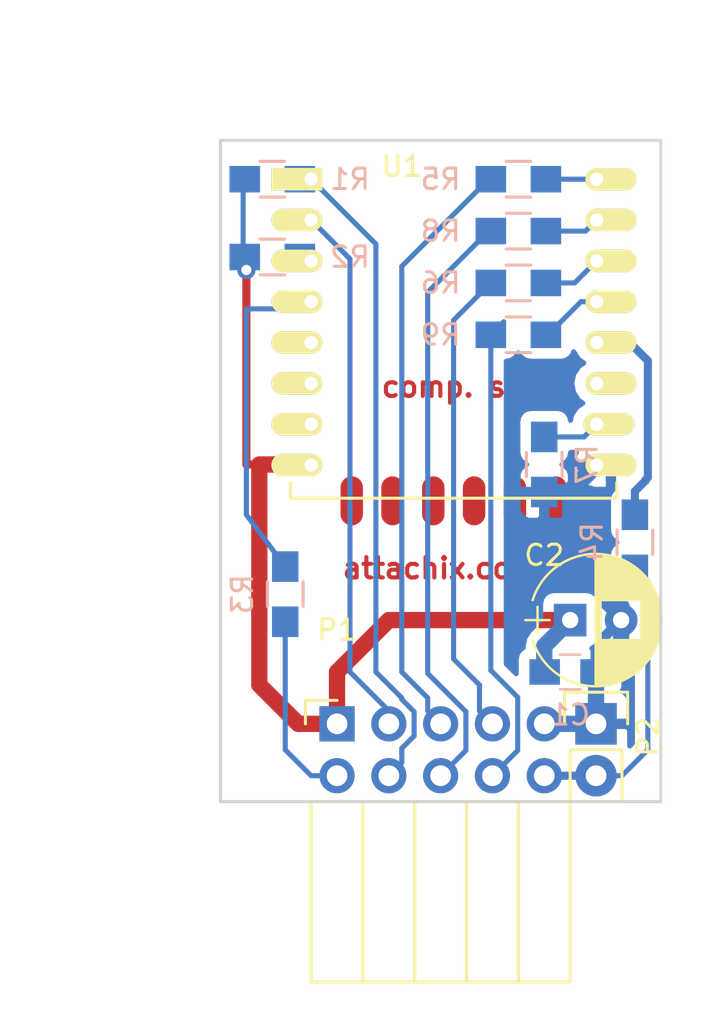
<source format=kicad_pcb>
(kicad_pcb (version 4) (host pcbnew 4.0.7-e2-6376~58~ubuntu14.04.1)

  (general
    (links 28)
    (no_connects 0)
    (area 141.529999 78.029999 163.270001 110.565001)
    (thickness 1.6)
    (drawings 8)
    (tracks 114)
    (zones 0)
    (modules 14)
    (nets 29)
  )

  (page A4)
  (title_block
    (title CC_ESP_mod_02)
    (company "Computer Center Ltd.")
  )

  (layers
    (0 F.Cu signal)
    (31 B.Cu signal)
    (32 B.Adhes user)
    (33 F.Adhes user)
    (34 B.Paste user)
    (35 F.Paste user)
    (36 B.SilkS user)
    (37 F.SilkS user)
    (38 B.Mask user)
    (39 F.Mask user)
    (40 Dwgs.User user)
    (41 Cmts.User user)
    (42 Eco1.User user)
    (43 Eco2.User user)
    (44 Edge.Cuts user)
    (45 Margin user)
    (46 B.CrtYd user)
    (47 F.CrtYd user)
    (48 B.Fab user)
    (49 F.Fab user)
  )

  (setup
    (last_trace_width 0.25)
    (user_trace_width 0.2)
    (user_trace_width 0.25)
    (user_trace_width 0.4)
    (user_trace_width 0.8)
    (trace_clearance 0.25)
    (zone_clearance 0.508)
    (zone_45_only no)
    (trace_min 0.2)
    (segment_width 0.2)
    (edge_width 0.15)
    (via_size 0.9)
    (via_drill 0.5)
    (via_min_size 0.9)
    (via_min_drill 0.5)
    (user_via 0.9 0.5)
    (uvia_size 0.3)
    (uvia_drill 0.1)
    (uvias_allowed no)
    (uvia_min_size 0.2)
    (uvia_min_drill 0.1)
    (pcb_text_width 0.3)
    (pcb_text_size 1.5 1.5)
    (mod_edge_width 0.15)
    (mod_text_size 1 1)
    (mod_text_width 0.15)
    (pad_size 1.524 1.524)
    (pad_drill 0.762)
    (pad_to_mask_clearance 0.2)
    (aux_axis_origin 0 0)
    (visible_elements 7FFFFFFF)
    (pcbplotparams
      (layerselection 0x010f0_80000001)
      (usegerberextensions false)
      (excludeedgelayer true)
      (linewidth 0.100000)
      (plotframeref false)
      (viasonmask false)
      (mode 1)
      (useauxorigin false)
      (hpglpennumber 1)
      (hpglpenspeed 20)
      (hpglpendiameter 15)
      (hpglpenoverlay 2)
      (psnegative false)
      (psa4output false)
      (plotreference true)
      (plotvalue true)
      (plotinvisibletext false)
      (padsonsilk false)
      (subtractmaskfromsilk false)
      (outputformat 1)
      (mirror false)
      (drillshape 0)
      (scaleselection 1)
      (outputdirectory Gerber/))
  )

  (net 0 "")
  (net 1 +3V3)
  (net 2 GND)
  (net 3 "Net-(P1-Pad2)")
  (net 4 "Net-(P1-Pad3)")
  (net 5 "Net-(P1-Pad4)")
  (net 6 "Net-(P1-Pad5)")
  (net 7 "Net-(P1-Pad6)")
  (net 8 "Net-(P1-Pad7)")
  (net 9 "Net-(P1-Pad8)")
  (net 10 "Net-(P1-Pad10)")
  (net 11 "Net-(R2-Pad1)")
  (net 12 "Net-(R3-Pad1)")
  (net 13 "Net-(R4-Pad1)")
  (net 14 "Net-(R5-Pad2)")
  (net 15 "Net-(R6-Pad2)")
  (net 16 "Net-(R7-Pad2)")
  (net 17 "Net-(R8-Pad2)")
  (net 18 "Net-(R9-Pad2)")
  (net 19 "Net-(U1-Pad5)")
  (net 20 "Net-(U1-Pad6)")
  (net 21 "Net-(U1-Pad7)")
  (net 22 "Net-(U1-Pad11)")
  (net 23 "Net-(U1-Pad17)")
  (net 24 "Net-(U1-Pad18)")
  (net 25 "Net-(U1-Pad19)")
  (net 26 "Net-(U1-Pad20)")
  (net 27 "Net-(U1-Pad21)")
  (net 28 "Net-(U1-Pad22)")

  (net_class Default "This is the default net class."
    (clearance 0.25)
    (trace_width 0.25)
    (via_dia 0.9)
    (via_drill 0.5)
    (uvia_dia 0.3)
    (uvia_drill 0.1)
    (add_net +3V3)
    (add_net GND)
    (add_net "Net-(P1-Pad10)")
    (add_net "Net-(P1-Pad2)")
    (add_net "Net-(P1-Pad3)")
    (add_net "Net-(P1-Pad4)")
    (add_net "Net-(P1-Pad5)")
    (add_net "Net-(P1-Pad6)")
    (add_net "Net-(P1-Pad7)")
    (add_net "Net-(P1-Pad8)")
    (add_net "Net-(R2-Pad1)")
    (add_net "Net-(R3-Pad1)")
    (add_net "Net-(R4-Pad1)")
    (add_net "Net-(R5-Pad2)")
    (add_net "Net-(R6-Pad2)")
    (add_net "Net-(R7-Pad2)")
    (add_net "Net-(R8-Pad2)")
    (add_net "Net-(R9-Pad2)")
    (add_net "Net-(U1-Pad11)")
    (add_net "Net-(U1-Pad17)")
    (add_net "Net-(U1-Pad18)")
    (add_net "Net-(U1-Pad19)")
    (add_net "Net-(U1-Pad20)")
    (add_net "Net-(U1-Pad21)")
    (add_net "Net-(U1-Pad22)")
    (add_net "Net-(U1-Pad5)")
    (add_net "Net-(U1-Pad6)")
    (add_net "Net-(U1-Pad7)")
  )

  (module Capacitors_SMD:C_0805_HandSoldering (layer B.Cu) (tedit 541A9B8D) (tstamp 58912B72)
    (at 158.75 104.14)
    (descr "Capacitor SMD 0805, hand soldering")
    (tags "capacitor 0805")
    (path /5890B6D1)
    (attr smd)
    (fp_text reference C1 (at 0 2.1) (layer B.SilkS)
      (effects (font (size 1 1) (thickness 0.15)) (justify mirror))
    )
    (fp_text value 100n (at 0 -2.1) (layer B.Fab)
      (effects (font (size 1 1) (thickness 0.15)) (justify mirror))
    )
    (fp_line (start -1 -0.625) (end -1 0.625) (layer B.Fab) (width 0.1))
    (fp_line (start 1 -0.625) (end -1 -0.625) (layer B.Fab) (width 0.1))
    (fp_line (start 1 0.625) (end 1 -0.625) (layer B.Fab) (width 0.1))
    (fp_line (start -1 0.625) (end 1 0.625) (layer B.Fab) (width 0.1))
    (fp_line (start -2.3 1) (end 2.3 1) (layer B.CrtYd) (width 0.05))
    (fp_line (start -2.3 -1) (end 2.3 -1) (layer B.CrtYd) (width 0.05))
    (fp_line (start -2.3 1) (end -2.3 -1) (layer B.CrtYd) (width 0.05))
    (fp_line (start 2.3 1) (end 2.3 -1) (layer B.CrtYd) (width 0.05))
    (fp_line (start 0.5 0.85) (end -0.5 0.85) (layer B.SilkS) (width 0.12))
    (fp_line (start -0.5 -0.85) (end 0.5 -0.85) (layer B.SilkS) (width 0.12))
    (pad 1 smd rect (at -1.25 0) (size 1.5 1.25) (layers B.Cu B.Paste B.Mask)
      (net 1 +3V3))
    (pad 2 smd rect (at 1.25 0) (size 1.5 1.25) (layers B.Cu B.Paste B.Mask)
      (net 2 GND))
    (model Capacitors_SMD.3dshapes/C_0805_HandSoldering.wrl
      (at (xyz 0 0 0))
      (scale (xyz 1 1 1))
      (rotate (xyz 0 0 0))
    )
  )

  (module Capacitors_THT:CP_Radial_D6.3mm_P2.50mm (layer F.Cu) (tedit 589A5116) (tstamp 58912B78)
    (at 158.75 101.6)
    (descr "CP, Radial series, Radial, pin pitch=2.50mm, , diameter=6.3mm, Electrolytic Capacitor")
    (tags "CP Radial series Radial pin pitch 2.50mm  diameter 6.3mm Electrolytic Capacitor")
    (path /5890B7AE)
    (fp_text reference C2 (at -1.27 -3.175) (layer F.SilkS)
      (effects (font (size 1 1) (thickness 0.15)))
    )
    (fp_text value 220u (at -3.81 -1.27) (layer F.Fab)
      (effects (font (size 1 1) (thickness 0.15)))
    )
    (fp_arc (start 1.25 0) (end -1.838236 -0.98) (angle 144.8) (layer F.SilkS) (width 0.12))
    (fp_arc (start 1.25 0) (end -1.838236 0.98) (angle -144.8) (layer F.SilkS) (width 0.12))
    (fp_arc (start 1.25 0) (end 4.338236 -0.98) (angle 35.2) (layer F.SilkS) (width 0.12))
    (fp_circle (center 1.25 0) (end 4.4 0) (layer F.Fab) (width 0.1))
    (fp_line (start -2.2 0) (end -1 0) (layer F.Fab) (width 0.1))
    (fp_line (start -1.6 -0.65) (end -1.6 0.65) (layer F.Fab) (width 0.1))
    (fp_line (start 1.25 -3.2) (end 1.25 3.2) (layer F.SilkS) (width 0.12))
    (fp_line (start 1.29 -3.2) (end 1.29 3.2) (layer F.SilkS) (width 0.12))
    (fp_line (start 1.33 -3.2) (end 1.33 3.2) (layer F.SilkS) (width 0.12))
    (fp_line (start 1.37 -3.198) (end 1.37 3.198) (layer F.SilkS) (width 0.12))
    (fp_line (start 1.41 -3.197) (end 1.41 3.197) (layer F.SilkS) (width 0.12))
    (fp_line (start 1.45 -3.194) (end 1.45 3.194) (layer F.SilkS) (width 0.12))
    (fp_line (start 1.49 -3.192) (end 1.49 3.192) (layer F.SilkS) (width 0.12))
    (fp_line (start 1.53 -3.188) (end 1.53 -0.98) (layer F.SilkS) (width 0.12))
    (fp_line (start 1.53 0.98) (end 1.53 3.188) (layer F.SilkS) (width 0.12))
    (fp_line (start 1.57 -3.185) (end 1.57 -0.98) (layer F.SilkS) (width 0.12))
    (fp_line (start 1.57 0.98) (end 1.57 3.185) (layer F.SilkS) (width 0.12))
    (fp_line (start 1.61 -3.18) (end 1.61 -0.98) (layer F.SilkS) (width 0.12))
    (fp_line (start 1.61 0.98) (end 1.61 3.18) (layer F.SilkS) (width 0.12))
    (fp_line (start 1.65 -3.176) (end 1.65 -0.98) (layer F.SilkS) (width 0.12))
    (fp_line (start 1.65 0.98) (end 1.65 3.176) (layer F.SilkS) (width 0.12))
    (fp_line (start 1.69 -3.17) (end 1.69 -0.98) (layer F.SilkS) (width 0.12))
    (fp_line (start 1.69 0.98) (end 1.69 3.17) (layer F.SilkS) (width 0.12))
    (fp_line (start 1.73 -3.165) (end 1.73 -0.98) (layer F.SilkS) (width 0.12))
    (fp_line (start 1.73 0.98) (end 1.73 3.165) (layer F.SilkS) (width 0.12))
    (fp_line (start 1.77 -3.158) (end 1.77 -0.98) (layer F.SilkS) (width 0.12))
    (fp_line (start 1.77 0.98) (end 1.77 3.158) (layer F.SilkS) (width 0.12))
    (fp_line (start 1.81 -3.152) (end 1.81 -0.98) (layer F.SilkS) (width 0.12))
    (fp_line (start 1.81 0.98) (end 1.81 3.152) (layer F.SilkS) (width 0.12))
    (fp_line (start 1.85 -3.144) (end 1.85 -0.98) (layer F.SilkS) (width 0.12))
    (fp_line (start 1.85 0.98) (end 1.85 3.144) (layer F.SilkS) (width 0.12))
    (fp_line (start 1.89 -3.137) (end 1.89 -0.98) (layer F.SilkS) (width 0.12))
    (fp_line (start 1.89 0.98) (end 1.89 3.137) (layer F.SilkS) (width 0.12))
    (fp_line (start 1.93 -3.128) (end 1.93 -0.98) (layer F.SilkS) (width 0.12))
    (fp_line (start 1.93 0.98) (end 1.93 3.128) (layer F.SilkS) (width 0.12))
    (fp_line (start 1.971 -3.119) (end 1.971 -0.98) (layer F.SilkS) (width 0.12))
    (fp_line (start 1.971 0.98) (end 1.971 3.119) (layer F.SilkS) (width 0.12))
    (fp_line (start 2.011 -3.11) (end 2.011 -0.98) (layer F.SilkS) (width 0.12))
    (fp_line (start 2.011 0.98) (end 2.011 3.11) (layer F.SilkS) (width 0.12))
    (fp_line (start 2.051 -3.1) (end 2.051 -0.98) (layer F.SilkS) (width 0.12))
    (fp_line (start 2.051 0.98) (end 2.051 3.1) (layer F.SilkS) (width 0.12))
    (fp_line (start 2.091 -3.09) (end 2.091 -0.98) (layer F.SilkS) (width 0.12))
    (fp_line (start 2.091 0.98) (end 2.091 3.09) (layer F.SilkS) (width 0.12))
    (fp_line (start 2.131 -3.079) (end 2.131 -0.98) (layer F.SilkS) (width 0.12))
    (fp_line (start 2.131 0.98) (end 2.131 3.079) (layer F.SilkS) (width 0.12))
    (fp_line (start 2.171 -3.067) (end 2.171 -0.98) (layer F.SilkS) (width 0.12))
    (fp_line (start 2.171 0.98) (end 2.171 3.067) (layer F.SilkS) (width 0.12))
    (fp_line (start 2.211 -3.055) (end 2.211 -0.98) (layer F.SilkS) (width 0.12))
    (fp_line (start 2.211 0.98) (end 2.211 3.055) (layer F.SilkS) (width 0.12))
    (fp_line (start 2.251 -3.042) (end 2.251 -0.98) (layer F.SilkS) (width 0.12))
    (fp_line (start 2.251 0.98) (end 2.251 3.042) (layer F.SilkS) (width 0.12))
    (fp_line (start 2.291 -3.029) (end 2.291 -0.98) (layer F.SilkS) (width 0.12))
    (fp_line (start 2.291 0.98) (end 2.291 3.029) (layer F.SilkS) (width 0.12))
    (fp_line (start 2.331 -3.015) (end 2.331 -0.98) (layer F.SilkS) (width 0.12))
    (fp_line (start 2.331 0.98) (end 2.331 3.015) (layer F.SilkS) (width 0.12))
    (fp_line (start 2.371 -3.001) (end 2.371 -0.98) (layer F.SilkS) (width 0.12))
    (fp_line (start 2.371 0.98) (end 2.371 3.001) (layer F.SilkS) (width 0.12))
    (fp_line (start 2.411 -2.986) (end 2.411 -0.98) (layer F.SilkS) (width 0.12))
    (fp_line (start 2.411 0.98) (end 2.411 2.986) (layer F.SilkS) (width 0.12))
    (fp_line (start 2.451 -2.97) (end 2.451 -0.98) (layer F.SilkS) (width 0.12))
    (fp_line (start 2.451 0.98) (end 2.451 2.97) (layer F.SilkS) (width 0.12))
    (fp_line (start 2.491 -2.954) (end 2.491 -0.98) (layer F.SilkS) (width 0.12))
    (fp_line (start 2.491 0.98) (end 2.491 2.954) (layer F.SilkS) (width 0.12))
    (fp_line (start 2.531 -2.937) (end 2.531 -0.98) (layer F.SilkS) (width 0.12))
    (fp_line (start 2.531 0.98) (end 2.531 2.937) (layer F.SilkS) (width 0.12))
    (fp_line (start 2.571 -2.919) (end 2.571 -0.98) (layer F.SilkS) (width 0.12))
    (fp_line (start 2.571 0.98) (end 2.571 2.919) (layer F.SilkS) (width 0.12))
    (fp_line (start 2.611 -2.901) (end 2.611 -0.98) (layer F.SilkS) (width 0.12))
    (fp_line (start 2.611 0.98) (end 2.611 2.901) (layer F.SilkS) (width 0.12))
    (fp_line (start 2.651 -2.882) (end 2.651 -0.98) (layer F.SilkS) (width 0.12))
    (fp_line (start 2.651 0.98) (end 2.651 2.882) (layer F.SilkS) (width 0.12))
    (fp_line (start 2.691 -2.863) (end 2.691 -0.98) (layer F.SilkS) (width 0.12))
    (fp_line (start 2.691 0.98) (end 2.691 2.863) (layer F.SilkS) (width 0.12))
    (fp_line (start 2.731 -2.843) (end 2.731 -0.98) (layer F.SilkS) (width 0.12))
    (fp_line (start 2.731 0.98) (end 2.731 2.843) (layer F.SilkS) (width 0.12))
    (fp_line (start 2.771 -2.822) (end 2.771 -0.98) (layer F.SilkS) (width 0.12))
    (fp_line (start 2.771 0.98) (end 2.771 2.822) (layer F.SilkS) (width 0.12))
    (fp_line (start 2.811 -2.8) (end 2.811 -0.98) (layer F.SilkS) (width 0.12))
    (fp_line (start 2.811 0.98) (end 2.811 2.8) (layer F.SilkS) (width 0.12))
    (fp_line (start 2.851 -2.778) (end 2.851 -0.98) (layer F.SilkS) (width 0.12))
    (fp_line (start 2.851 0.98) (end 2.851 2.778) (layer F.SilkS) (width 0.12))
    (fp_line (start 2.891 -2.755) (end 2.891 -0.98) (layer F.SilkS) (width 0.12))
    (fp_line (start 2.891 0.98) (end 2.891 2.755) (layer F.SilkS) (width 0.12))
    (fp_line (start 2.931 -2.731) (end 2.931 -0.98) (layer F.SilkS) (width 0.12))
    (fp_line (start 2.931 0.98) (end 2.931 2.731) (layer F.SilkS) (width 0.12))
    (fp_line (start 2.971 -2.706) (end 2.971 -0.98) (layer F.SilkS) (width 0.12))
    (fp_line (start 2.971 0.98) (end 2.971 2.706) (layer F.SilkS) (width 0.12))
    (fp_line (start 3.011 -2.681) (end 3.011 -0.98) (layer F.SilkS) (width 0.12))
    (fp_line (start 3.011 0.98) (end 3.011 2.681) (layer F.SilkS) (width 0.12))
    (fp_line (start 3.051 -2.654) (end 3.051 -0.98) (layer F.SilkS) (width 0.12))
    (fp_line (start 3.051 0.98) (end 3.051 2.654) (layer F.SilkS) (width 0.12))
    (fp_line (start 3.091 -2.627) (end 3.091 -0.98) (layer F.SilkS) (width 0.12))
    (fp_line (start 3.091 0.98) (end 3.091 2.627) (layer F.SilkS) (width 0.12))
    (fp_line (start 3.131 -2.599) (end 3.131 -0.98) (layer F.SilkS) (width 0.12))
    (fp_line (start 3.131 0.98) (end 3.131 2.599) (layer F.SilkS) (width 0.12))
    (fp_line (start 3.171 -2.57) (end 3.171 -0.98) (layer F.SilkS) (width 0.12))
    (fp_line (start 3.171 0.98) (end 3.171 2.57) (layer F.SilkS) (width 0.12))
    (fp_line (start 3.211 -2.54) (end 3.211 -0.98) (layer F.SilkS) (width 0.12))
    (fp_line (start 3.211 0.98) (end 3.211 2.54) (layer F.SilkS) (width 0.12))
    (fp_line (start 3.251 -2.51) (end 3.251 -0.98) (layer F.SilkS) (width 0.12))
    (fp_line (start 3.251 0.98) (end 3.251 2.51) (layer F.SilkS) (width 0.12))
    (fp_line (start 3.291 -2.478) (end 3.291 -0.98) (layer F.SilkS) (width 0.12))
    (fp_line (start 3.291 0.98) (end 3.291 2.478) (layer F.SilkS) (width 0.12))
    (fp_line (start 3.331 -2.445) (end 3.331 -0.98) (layer F.SilkS) (width 0.12))
    (fp_line (start 3.331 0.98) (end 3.331 2.445) (layer F.SilkS) (width 0.12))
    (fp_line (start 3.371 -2.411) (end 3.371 -0.98) (layer F.SilkS) (width 0.12))
    (fp_line (start 3.371 0.98) (end 3.371 2.411) (layer F.SilkS) (width 0.12))
    (fp_line (start 3.411 -2.375) (end 3.411 -0.98) (layer F.SilkS) (width 0.12))
    (fp_line (start 3.411 0.98) (end 3.411 2.375) (layer F.SilkS) (width 0.12))
    (fp_line (start 3.451 -2.339) (end 3.451 -0.98) (layer F.SilkS) (width 0.12))
    (fp_line (start 3.451 0.98) (end 3.451 2.339) (layer F.SilkS) (width 0.12))
    (fp_line (start 3.491 -2.301) (end 3.491 2.301) (layer F.SilkS) (width 0.12))
    (fp_line (start 3.531 -2.262) (end 3.531 2.262) (layer F.SilkS) (width 0.12))
    (fp_line (start 3.571 -2.222) (end 3.571 2.222) (layer F.SilkS) (width 0.12))
    (fp_line (start 3.611 -2.18) (end 3.611 2.18) (layer F.SilkS) (width 0.12))
    (fp_line (start 3.651 -2.137) (end 3.651 2.137) (layer F.SilkS) (width 0.12))
    (fp_line (start 3.691 -2.092) (end 3.691 2.092) (layer F.SilkS) (width 0.12))
    (fp_line (start 3.731 -2.045) (end 3.731 2.045) (layer F.SilkS) (width 0.12))
    (fp_line (start 3.771 -1.997) (end 3.771 1.997) (layer F.SilkS) (width 0.12))
    (fp_line (start 3.811 -1.946) (end 3.811 1.946) (layer F.SilkS) (width 0.12))
    (fp_line (start 3.851 -1.894) (end 3.851 1.894) (layer F.SilkS) (width 0.12))
    (fp_line (start 3.891 -1.839) (end 3.891 1.839) (layer F.SilkS) (width 0.12))
    (fp_line (start 3.931 -1.781) (end 3.931 1.781) (layer F.SilkS) (width 0.12))
    (fp_line (start 3.971 -1.721) (end 3.971 1.721) (layer F.SilkS) (width 0.12))
    (fp_line (start 4.011 -1.658) (end 4.011 1.658) (layer F.SilkS) (width 0.12))
    (fp_line (start 4.051 -1.591) (end 4.051 1.591) (layer F.SilkS) (width 0.12))
    (fp_line (start 4.091 -1.52) (end 4.091 1.52) (layer F.SilkS) (width 0.12))
    (fp_line (start 4.131 -1.445) (end 4.131 1.445) (layer F.SilkS) (width 0.12))
    (fp_line (start 4.171 -1.364) (end 4.171 1.364) (layer F.SilkS) (width 0.12))
    (fp_line (start 4.211 -1.278) (end 4.211 1.278) (layer F.SilkS) (width 0.12))
    (fp_line (start 4.251 -1.184) (end 4.251 1.184) (layer F.SilkS) (width 0.12))
    (fp_line (start 4.291 -1.081) (end 4.291 1.081) (layer F.SilkS) (width 0.12))
    (fp_line (start 4.331 -0.966) (end 4.331 0.966) (layer F.SilkS) (width 0.12))
    (fp_line (start 4.371 -0.834) (end 4.371 0.834) (layer F.SilkS) (width 0.12))
    (fp_line (start 4.411 -0.676) (end 4.411 0.676) (layer F.SilkS) (width 0.12))
    (fp_line (start 4.451 -0.468) (end 4.451 0.468) (layer F.SilkS) (width 0.12))
    (fp_line (start -2.2 0) (end -1 0) (layer F.SilkS) (width 0.12))
    (fp_line (start -1.6 -0.65) (end -1.6 0.65) (layer F.SilkS) (width 0.12))
    (fp_line (start -2.25 -3.5) (end -2.25 3.5) (layer F.CrtYd) (width 0.05))
    (fp_line (start -2.25 3.5) (end 4.75 3.5) (layer F.CrtYd) (width 0.05))
    (fp_line (start 4.75 3.5) (end 4.75 -3.5) (layer F.CrtYd) (width 0.05))
    (fp_line (start 4.75 -3.5) (end -2.25 -3.5) (layer F.CrtYd) (width 0.05))
    (pad 1 thru_hole rect (at 0 0) (size 1.6 1.6) (drill 0.8) (layers *.Cu *.Mask)
      (net 1 +3V3))
    (pad 2 thru_hole circle (at 2.5 0) (size 1.6 1.6) (drill 0.8) (layers *.Cu *.Mask)
      (net 2 GND))
    (model Capacitor_THT.3dshapes/CP_Radial_D6.3mm_P2.50mm.wrl
      (at (xyz 0 0 0))
      (scale (xyz 0.393701 0.393701 0.393701))
      (rotate (xyz 0 0 0))
    )
    (model Capacitor_THT.3dshapes/CP_Radial_D6.3mm_P2.50mm.wrl
      (at (xyz 0 0 0))
      (scale (xyz 1 1 1))
      (rotate (xyz 0 0 0))
    )
  )

  (module Socket_Strips:Socket_Strip_Angled_2x05 (layer F.Cu) (tedit 0) (tstamp 58912B86)
    (at 147.32 106.68)
    (descr "Through hole socket strip")
    (tags "socket strip")
    (path /5890A771)
    (fp_text reference P1 (at 0 -4.6) (layer F.SilkS)
      (effects (font (size 1 1) (thickness 0.15)))
    )
    (fp_text value CONN_02X05 (at 0 -2.6) (layer F.Fab)
      (effects (font (size 1 1) (thickness 0.15)))
    )
    (fp_line (start -1.75 -1.35) (end -1.75 13.15) (layer F.CrtYd) (width 0.05))
    (fp_line (start 11.95 -1.35) (end 11.95 13.15) (layer F.CrtYd) (width 0.05))
    (fp_line (start -1.75 -1.35) (end 11.95 -1.35) (layer F.CrtYd) (width 0.05))
    (fp_line (start -1.75 13.15) (end 11.95 13.15) (layer F.CrtYd) (width 0.05))
    (fp_line (start 11.43 3.81) (end 11.43 12.64) (layer F.SilkS) (width 0.15))
    (fp_line (start 8.89 3.81) (end 11.43 3.81) (layer F.SilkS) (width 0.15))
    (fp_line (start 8.89 12.64) (end 11.43 12.64) (layer F.SilkS) (width 0.15))
    (fp_line (start 11.43 12.64) (end 11.43 3.81) (layer F.SilkS) (width 0.15))
    (fp_line (start 8.89 12.64) (end 8.89 3.81) (layer F.SilkS) (width 0.15))
    (fp_line (start 6.35 12.64) (end 8.89 12.64) (layer F.SilkS) (width 0.15))
    (fp_line (start 6.35 3.81) (end 8.89 3.81) (layer F.SilkS) (width 0.15))
    (fp_line (start 8.89 3.81) (end 8.89 12.64) (layer F.SilkS) (width 0.15))
    (fp_line (start 6.35 3.81) (end 6.35 12.64) (layer F.SilkS) (width 0.15))
    (fp_line (start 3.81 3.81) (end 6.35 3.81) (layer F.SilkS) (width 0.15))
    (fp_line (start 3.81 12.64) (end 6.35 12.64) (layer F.SilkS) (width 0.15))
    (fp_line (start 6.35 12.64) (end 6.35 3.81) (layer F.SilkS) (width 0.15))
    (fp_line (start 3.81 12.64) (end 3.81 3.81) (layer F.SilkS) (width 0.15))
    (fp_line (start 1.27 12.64) (end 3.81 12.64) (layer F.SilkS) (width 0.15))
    (fp_line (start 1.27 3.81) (end 3.81 3.81) (layer F.SilkS) (width 0.15))
    (fp_line (start 3.81 3.81) (end 3.81 12.64) (layer F.SilkS) (width 0.15))
    (fp_line (start 1.27 3.81) (end 1.27 12.64) (layer F.SilkS) (width 0.15))
    (fp_line (start -1.27 3.81) (end 1.27 3.81) (layer F.SilkS) (width 0.15))
    (fp_line (start 0 -1.15) (end -1.55 -1.15) (layer F.SilkS) (width 0.15))
    (fp_line (start -1.55 -1.15) (end -1.55 0) (layer F.SilkS) (width 0.15))
    (fp_line (start -1.27 3.81) (end -1.27 12.64) (layer F.SilkS) (width 0.15))
    (fp_line (start -1.27 12.64) (end 1.27 12.64) (layer F.SilkS) (width 0.15))
    (fp_line (start 1.27 12.64) (end 1.27 3.81) (layer F.SilkS) (width 0.15))
    (pad 1 thru_hole rect (at 0 0) (size 1.7272 1.7272) (drill 1.016) (layers *.Cu *.Mask)
      (net 1 +3V3))
    (pad 2 thru_hole oval (at 0 2.54) (size 1.7272 1.7272) (drill 1.016) (layers *.Cu *.Mask)
      (net 3 "Net-(P1-Pad2)"))
    (pad 3 thru_hole oval (at 2.54 0) (size 1.7272 1.7272) (drill 1.016) (layers *.Cu *.Mask)
      (net 4 "Net-(P1-Pad3)"))
    (pad 4 thru_hole oval (at 2.54 2.54) (size 1.7272 1.7272) (drill 1.016) (layers *.Cu *.Mask)
      (net 5 "Net-(P1-Pad4)"))
    (pad 5 thru_hole oval (at 5.08 0) (size 1.7272 1.7272) (drill 1.016) (layers *.Cu *.Mask)
      (net 6 "Net-(P1-Pad5)"))
    (pad 6 thru_hole oval (at 5.08 2.54) (size 1.7272 1.7272) (drill 1.016) (layers *.Cu *.Mask)
      (net 7 "Net-(P1-Pad6)"))
    (pad 7 thru_hole oval (at 7.62 0) (size 1.7272 1.7272) (drill 1.016) (layers *.Cu *.Mask)
      (net 8 "Net-(P1-Pad7)"))
    (pad 8 thru_hole oval (at 7.62 2.54) (size 1.7272 1.7272) (drill 1.016) (layers *.Cu *.Mask)
      (net 9 "Net-(P1-Pad8)"))
    (pad 9 thru_hole oval (at 10.16 0) (size 1.7272 1.7272) (drill 1.016) (layers *.Cu *.Mask)
      (net 2 GND))
    (pad 10 thru_hole oval (at 10.16 2.54) (size 1.7272 1.7272) (drill 1.016) (layers *.Cu *.Mask)
      (net 10 "Net-(P1-Pad10)"))
    (model Socket_Strips.3dshapes/Socket_Strip_Angled_2x05.wrl
      (at (xyz 0.2 -0.05 0))
      (scale (xyz 1 1 1))
      (rotate (xyz 0 0 180))
    )
    (model Socket_Strips.3dshapes/Socket_Strip_Angled_2x05_Pitch2.54mm.wrl
      (at (xyz 0.2 -0.05 0))
      (scale (xyz 1 1 1))
      (rotate (xyz 0 0 180))
    )
  )

  (module Socket_Strips:Socket_Strip_Straight_1x02 (layer F.Cu) (tedit 589A514B) (tstamp 58912B8C)
    (at 160.02 106.68 270)
    (descr "Through hole socket strip")
    (tags "socket strip")
    (path /5890B905)
    (fp_text reference P2 (at 0.635 -2.54 270) (layer F.SilkS)
      (effects (font (size 1 1) (thickness 0.15)))
    )
    (fp_text value CONN_01X02 (at 0 -4.445 270) (layer F.Fab)
      (effects (font (size 1 1) (thickness 0.15)))
    )
    (fp_line (start -1.55 1.55) (end 0 1.55) (layer F.SilkS) (width 0.15))
    (fp_line (start 3.81 1.27) (end 1.27 1.27) (layer F.SilkS) (width 0.15))
    (fp_line (start -1.75 -1.75) (end -1.75 1.75) (layer F.CrtYd) (width 0.05))
    (fp_line (start 4.3 -1.75) (end 4.3 1.75) (layer F.CrtYd) (width 0.05))
    (fp_line (start -1.75 -1.75) (end 4.3 -1.75) (layer F.CrtYd) (width 0.05))
    (fp_line (start -1.75 1.75) (end 4.3 1.75) (layer F.CrtYd) (width 0.05))
    (fp_line (start 1.27 1.27) (end 1.27 -1.27) (layer F.SilkS) (width 0.15))
    (fp_line (start 0 -1.55) (end -1.55 -1.55) (layer F.SilkS) (width 0.15))
    (fp_line (start -1.55 -1.55) (end -1.55 1.55) (layer F.SilkS) (width 0.15))
    (fp_line (start 1.27 -1.27) (end 3.81 -1.27) (layer F.SilkS) (width 0.15))
    (fp_line (start 3.81 -1.27) (end 3.81 1.27) (layer F.SilkS) (width 0.15))
    (pad 1 thru_hole rect (at 0 0 270) (size 2.032 2.032) (drill 1.016) (layers *.Cu *.Mask)
      (net 2 GND))
    (pad 2 thru_hole oval (at 2.54 0 270) (size 2.032 2.032) (drill 1.016) (layers *.Cu *.Mask)
      (net 10 "Net-(P1-Pad10)"))
    (model Socket_Strips.3dshapes/Socket_Strip_Straight_1x02.wrl
      (at (xyz 0.05 0 0))
      (scale (xyz 1 1 1))
      (rotate (xyz 0 0 180))
    )
    (model Pin_Headers.3dshapes/Pin_Header_Straight_1x02_Pitch2.54mm.wrl
      (at (xyz 0 0 0))
      (scale (xyz 1 1 1))
      (rotate (xyz 0 0 -90))
    )
  )

  (module Resistors_SMD:R_0805_HandSoldering (layer B.Cu) (tedit 589A4F84) (tstamp 58912B92)
    (at 144.145 80.01 180)
    (descr "Resistor SMD 0805, hand soldering")
    (tags "resistor 0805")
    (path /5890A9D1)
    (attr smd)
    (fp_text reference R1 (at -3.81 0 180) (layer B.SilkS)
      (effects (font (size 1 1) (thickness 0.15)) (justify mirror))
    )
    (fp_text value 10K (at 0 -2.1 180) (layer B.Fab)
      (effects (font (size 1 1) (thickness 0.15)) (justify mirror))
    )
    (fp_line (start -1 -0.625) (end -1 0.625) (layer B.Fab) (width 0.1))
    (fp_line (start 1 -0.625) (end -1 -0.625) (layer B.Fab) (width 0.1))
    (fp_line (start 1 0.625) (end 1 -0.625) (layer B.Fab) (width 0.1))
    (fp_line (start -1 0.625) (end 1 0.625) (layer B.Fab) (width 0.1))
    (fp_line (start -2.4 1) (end 2.4 1) (layer B.CrtYd) (width 0.05))
    (fp_line (start -2.4 -1) (end 2.4 -1) (layer B.CrtYd) (width 0.05))
    (fp_line (start -2.4 1) (end -2.4 -1) (layer B.CrtYd) (width 0.05))
    (fp_line (start 2.4 1) (end 2.4 -1) (layer B.CrtYd) (width 0.05))
    (fp_line (start 0.6 -0.875) (end -0.6 -0.875) (layer B.SilkS) (width 0.15))
    (fp_line (start -0.6 0.875) (end 0.6 0.875) (layer B.SilkS) (width 0.15))
    (pad 1 smd rect (at -1.35 0 180) (size 1.5 1.3) (layers B.Cu B.Paste B.Mask)
      (net 5 "Net-(P1-Pad4)"))
    (pad 2 smd rect (at 1.35 0 180) (size 1.5 1.3) (layers B.Cu B.Paste B.Mask)
      (net 1 +3V3))
    (model Resistor_SMD.3dshapes/R_0805_2012Metric.wrl
      (at (xyz 0 0 0))
      (scale (xyz 1 1 1))
      (rotate (xyz 0 0 0))
    )
  )

  (module Resistors_SMD:R_0805_HandSoldering (layer B.Cu) (tedit 589A4F95) (tstamp 58912B98)
    (at 144.145 83.82 180)
    (descr "Resistor SMD 0805, hand soldering")
    (tags "resistor 0805")
    (path /5890AD75)
    (attr smd)
    (fp_text reference R2 (at -3.81 0 180) (layer B.SilkS)
      (effects (font (size 1 1) (thickness 0.15)) (justify mirror))
    )
    (fp_text value 10K (at 0 -2.1 180) (layer B.Fab)
      (effects (font (size 1 1) (thickness 0.15)) (justify mirror))
    )
    (fp_line (start -1 -0.625) (end -1 0.625) (layer B.Fab) (width 0.1))
    (fp_line (start 1 -0.625) (end -1 -0.625) (layer B.Fab) (width 0.1))
    (fp_line (start 1 0.625) (end 1 -0.625) (layer B.Fab) (width 0.1))
    (fp_line (start -1 0.625) (end 1 0.625) (layer B.Fab) (width 0.1))
    (fp_line (start -2.4 1) (end 2.4 1) (layer B.CrtYd) (width 0.05))
    (fp_line (start -2.4 -1) (end 2.4 -1) (layer B.CrtYd) (width 0.05))
    (fp_line (start -2.4 1) (end -2.4 -1) (layer B.CrtYd) (width 0.05))
    (fp_line (start 2.4 1) (end 2.4 -1) (layer B.CrtYd) (width 0.05))
    (fp_line (start 0.6 -0.875) (end -0.6 -0.875) (layer B.SilkS) (width 0.15))
    (fp_line (start -0.6 0.875) (end 0.6 0.875) (layer B.SilkS) (width 0.15))
    (pad 1 smd rect (at -1.35 0 180) (size 1.5 1.3) (layers B.Cu B.Paste B.Mask)
      (net 11 "Net-(R2-Pad1)"))
    (pad 2 smd rect (at 1.35 0 180) (size 1.5 1.3) (layers B.Cu B.Paste B.Mask)
      (net 1 +3V3))
    (model Resistor_SMD.3dshapes/R_0805_2012Metric.wrl
      (at (xyz 0 0 0))
      (scale (xyz 1 1 1))
      (rotate (xyz 0 0 0))
    )
  )

  (module Resistors_SMD:R_0805_HandSoldering (layer B.Cu) (tedit 58307B90) (tstamp 58912B9E)
    (at 144.78 100.33 270)
    (descr "Resistor SMD 0805, hand soldering")
    (tags "resistor 0805")
    (path /5890AD9E)
    (attr smd)
    (fp_text reference R3 (at 0 2.1 270) (layer B.SilkS)
      (effects (font (size 1 1) (thickness 0.15)) (justify mirror))
    )
    (fp_text value 220 (at 0 -2.1 270) (layer B.Fab)
      (effects (font (size 1 1) (thickness 0.15)) (justify mirror))
    )
    (fp_line (start -1 -0.625) (end -1 0.625) (layer B.Fab) (width 0.1))
    (fp_line (start 1 -0.625) (end -1 -0.625) (layer B.Fab) (width 0.1))
    (fp_line (start 1 0.625) (end 1 -0.625) (layer B.Fab) (width 0.1))
    (fp_line (start -1 0.625) (end 1 0.625) (layer B.Fab) (width 0.1))
    (fp_line (start -2.4 1) (end 2.4 1) (layer B.CrtYd) (width 0.05))
    (fp_line (start -2.4 -1) (end 2.4 -1) (layer B.CrtYd) (width 0.05))
    (fp_line (start -2.4 1) (end -2.4 -1) (layer B.CrtYd) (width 0.05))
    (fp_line (start 2.4 1) (end 2.4 -1) (layer B.CrtYd) (width 0.05))
    (fp_line (start 0.6 -0.875) (end -0.6 -0.875) (layer B.SilkS) (width 0.15))
    (fp_line (start -0.6 0.875) (end 0.6 0.875) (layer B.SilkS) (width 0.15))
    (pad 1 smd rect (at -1.35 0 270) (size 1.5 1.3) (layers B.Cu B.Paste B.Mask)
      (net 12 "Net-(R3-Pad1)"))
    (pad 2 smd rect (at 1.35 0 270) (size 1.5 1.3) (layers B.Cu B.Paste B.Mask)
      (net 3 "Net-(P1-Pad2)"))
    (model Resistor_SMD.3dshapes/R_0805_2012Metric.wrl
      (at (xyz 0 0 0))
      (scale (xyz 1 1 1))
      (rotate (xyz 0 0 0))
    )
  )

  (module Resistors_SMD:R_0805_HandSoldering (layer B.Cu) (tedit 589A50B8) (tstamp 58912BA4)
    (at 161.925 97.79 270)
    (descr "Resistor SMD 0805, hand soldering")
    (tags "resistor 0805")
    (path /5890B237)
    (attr smd)
    (fp_text reference R4 (at 0 2.1 270) (layer B.SilkS)
      (effects (font (size 1 1) (thickness 0.15)) (justify mirror))
    )
    (fp_text value 220 (at 0 0 270) (layer B.Fab)
      (effects (font (size 1 1) (thickness 0.15)) (justify mirror))
    )
    (fp_line (start -1 -0.625) (end -1 0.625) (layer B.Fab) (width 0.1))
    (fp_line (start 1 -0.625) (end -1 -0.625) (layer B.Fab) (width 0.1))
    (fp_line (start 1 0.625) (end 1 -0.625) (layer B.Fab) (width 0.1))
    (fp_line (start -1 0.625) (end 1 0.625) (layer B.Fab) (width 0.1))
    (fp_line (start -2.4 1) (end 2.4 1) (layer B.CrtYd) (width 0.05))
    (fp_line (start -2.4 -1) (end 2.4 -1) (layer B.CrtYd) (width 0.05))
    (fp_line (start -2.4 1) (end -2.4 -1) (layer B.CrtYd) (width 0.05))
    (fp_line (start 2.4 1) (end 2.4 -1) (layer B.CrtYd) (width 0.05))
    (fp_line (start 0.6 -0.875) (end -0.6 -0.875) (layer B.SilkS) (width 0.15))
    (fp_line (start -0.6 0.875) (end 0.6 0.875) (layer B.SilkS) (width 0.15))
    (pad 1 smd rect (at -1.35 0 270) (size 1.5 1.3) (layers B.Cu B.Paste B.Mask)
      (net 13 "Net-(R4-Pad1)"))
    (pad 2 smd rect (at 1.35 0 270) (size 1.5 1.3) (layers B.Cu B.Paste B.Mask)
      (net 10 "Net-(P1-Pad10)"))
    (model Resistor_SMD.3dshapes/R_0805_2012Metric.wrl
      (at (xyz 0 0 0))
      (scale (xyz 1 1 1))
      (rotate (xyz 0 0 0))
    )
  )

  (module Resistors_SMD:R_0805_HandSoldering (layer B.Cu) (tedit 589A5021) (tstamp 58912BAA)
    (at 156.21 80.01)
    (descr "Resistor SMD 0805, hand soldering")
    (tags "resistor 0805")
    (path /5890B5E8)
    (attr smd)
    (fp_text reference R5 (at -3.81 0) (layer B.SilkS)
      (effects (font (size 1 1) (thickness 0.15)) (justify mirror))
    )
    (fp_text value 220 (at 0 0) (layer B.Fab)
      (effects (font (size 1 1) (thickness 0.15)) (justify mirror))
    )
    (fp_line (start -1 -0.625) (end -1 0.625) (layer B.Fab) (width 0.1))
    (fp_line (start 1 -0.625) (end -1 -0.625) (layer B.Fab) (width 0.1))
    (fp_line (start 1 0.625) (end 1 -0.625) (layer B.Fab) (width 0.1))
    (fp_line (start -1 0.625) (end 1 0.625) (layer B.Fab) (width 0.1))
    (fp_line (start -2.4 1) (end 2.4 1) (layer B.CrtYd) (width 0.05))
    (fp_line (start -2.4 -1) (end 2.4 -1) (layer B.CrtYd) (width 0.05))
    (fp_line (start -2.4 1) (end -2.4 -1) (layer B.CrtYd) (width 0.05))
    (fp_line (start 2.4 1) (end 2.4 -1) (layer B.CrtYd) (width 0.05))
    (fp_line (start 0.6 -0.875) (end -0.6 -0.875) (layer B.SilkS) (width 0.15))
    (fp_line (start -0.6 0.875) (end 0.6 0.875) (layer B.SilkS) (width 0.15))
    (pad 1 smd rect (at -1.35 0) (size 1.5 1.3) (layers B.Cu B.Paste B.Mask)
      (net 6 "Net-(P1-Pad5)"))
    (pad 2 smd rect (at 1.35 0) (size 1.5 1.3) (layers B.Cu B.Paste B.Mask)
      (net 14 "Net-(R5-Pad2)"))
    (model Resistor_SMD.3dshapes/R_0805_2012Metric.wrl
      (at (xyz 0 0 0))
      (scale (xyz 1 1 1))
      (rotate (xyz 0 0 0))
    )
  )

  (module Resistors_SMD:R_0805_HandSoldering (layer B.Cu) (tedit 589A503F) (tstamp 58912BB0)
    (at 156.21 85.09)
    (descr "Resistor SMD 0805, hand soldering")
    (tags "resistor 0805")
    (path /5890B4C2)
    (attr smd)
    (fp_text reference R6 (at -3.81 0) (layer B.SilkS)
      (effects (font (size 1 1) (thickness 0.15)) (justify mirror))
    )
    (fp_text value 220 (at 0 0) (layer B.Fab)
      (effects (font (size 1 1) (thickness 0.15)) (justify mirror))
    )
    (fp_line (start -1 -0.625) (end -1 0.625) (layer B.Fab) (width 0.1))
    (fp_line (start 1 -0.625) (end -1 -0.625) (layer B.Fab) (width 0.1))
    (fp_line (start 1 0.625) (end 1 -0.625) (layer B.Fab) (width 0.1))
    (fp_line (start -1 0.625) (end 1 0.625) (layer B.Fab) (width 0.1))
    (fp_line (start -2.4 1) (end 2.4 1) (layer B.CrtYd) (width 0.05))
    (fp_line (start -2.4 -1) (end 2.4 -1) (layer B.CrtYd) (width 0.05))
    (fp_line (start -2.4 1) (end -2.4 -1) (layer B.CrtYd) (width 0.05))
    (fp_line (start 2.4 1) (end 2.4 -1) (layer B.CrtYd) (width 0.05))
    (fp_line (start 0.6 -0.875) (end -0.6 -0.875) (layer B.SilkS) (width 0.15))
    (fp_line (start -0.6 0.875) (end 0.6 0.875) (layer B.SilkS) (width 0.15))
    (pad 1 smd rect (at -1.35 0) (size 1.5 1.3) (layers B.Cu B.Paste B.Mask)
      (net 8 "Net-(P1-Pad7)"))
    (pad 2 smd rect (at 1.35 0) (size 1.5 1.3) (layers B.Cu B.Paste B.Mask)
      (net 15 "Net-(R6-Pad2)"))
    (model Resistor_SMD.3dshapes/R_0805_2012Metric.wrl
      (at (xyz 0 0 0))
      (scale (xyz 1 1 1))
      (rotate (xyz 0 0 0))
    )
  )

  (module Resistors_SMD:R_0805_HandSoldering (layer B.Cu) (tedit 58307B90) (tstamp 58912BB6)
    (at 157.48 93.98 90)
    (descr "Resistor SMD 0805, hand soldering")
    (tags "resistor 0805")
    (path /5890B414)
    (attr smd)
    (fp_text reference R7 (at 0 2.1 90) (layer B.SilkS)
      (effects (font (size 1 1) (thickness 0.15)) (justify mirror))
    )
    (fp_text value 10k (at 0 -2.1 90) (layer B.Fab)
      (effects (font (size 1 1) (thickness 0.15)) (justify mirror))
    )
    (fp_line (start -1 -0.625) (end -1 0.625) (layer B.Fab) (width 0.1))
    (fp_line (start 1 -0.625) (end -1 -0.625) (layer B.Fab) (width 0.1))
    (fp_line (start 1 0.625) (end 1 -0.625) (layer B.Fab) (width 0.1))
    (fp_line (start -1 0.625) (end 1 0.625) (layer B.Fab) (width 0.1))
    (fp_line (start -2.4 1) (end 2.4 1) (layer B.CrtYd) (width 0.05))
    (fp_line (start -2.4 -1) (end 2.4 -1) (layer B.CrtYd) (width 0.05))
    (fp_line (start -2.4 1) (end -2.4 -1) (layer B.CrtYd) (width 0.05))
    (fp_line (start 2.4 1) (end 2.4 -1) (layer B.CrtYd) (width 0.05))
    (fp_line (start 0.6 -0.875) (end -0.6 -0.875) (layer B.SilkS) (width 0.15))
    (fp_line (start -0.6 0.875) (end 0.6 0.875) (layer B.SilkS) (width 0.15))
    (pad 1 smd rect (at -1.35 0 90) (size 1.5 1.3) (layers B.Cu B.Paste B.Mask)
      (net 2 GND))
    (pad 2 smd rect (at 1.35 0 90) (size 1.5 1.3) (layers B.Cu B.Paste B.Mask)
      (net 16 "Net-(R7-Pad2)"))
    (model Resistor_SMD.3dshapes/R_0805_2012Metric.wrl
      (at (xyz 0 0 0))
      (scale (xyz 1 1 1))
      (rotate (xyz 0 0 0))
    )
  )

  (module Resistors_SMD:R_0805_HandSoldering (layer B.Cu) (tedit 589A5034) (tstamp 58912BBC)
    (at 156.21 82.55)
    (descr "Resistor SMD 0805, hand soldering")
    (tags "resistor 0805")
    (path /5890B555)
    (attr smd)
    (fp_text reference R8 (at -3.81 0) (layer B.SilkS)
      (effects (font (size 1 1) (thickness 0.15)) (justify mirror))
    )
    (fp_text value 220 (at 0 0) (layer B.Fab)
      (effects (font (size 1 1) (thickness 0.15)) (justify mirror))
    )
    (fp_line (start -1 -0.625) (end -1 0.625) (layer B.Fab) (width 0.1))
    (fp_line (start 1 -0.625) (end -1 -0.625) (layer B.Fab) (width 0.1))
    (fp_line (start 1 0.625) (end 1 -0.625) (layer B.Fab) (width 0.1))
    (fp_line (start -1 0.625) (end 1 0.625) (layer B.Fab) (width 0.1))
    (fp_line (start -2.4 1) (end 2.4 1) (layer B.CrtYd) (width 0.05))
    (fp_line (start -2.4 -1) (end 2.4 -1) (layer B.CrtYd) (width 0.05))
    (fp_line (start -2.4 1) (end -2.4 -1) (layer B.CrtYd) (width 0.05))
    (fp_line (start 2.4 1) (end 2.4 -1) (layer B.CrtYd) (width 0.05))
    (fp_line (start 0.6 -0.875) (end -0.6 -0.875) (layer B.SilkS) (width 0.15))
    (fp_line (start -0.6 0.875) (end 0.6 0.875) (layer B.SilkS) (width 0.15))
    (pad 1 smd rect (at -1.35 0) (size 1.5 1.3) (layers B.Cu B.Paste B.Mask)
      (net 7 "Net-(P1-Pad6)"))
    (pad 2 smd rect (at 1.35 0) (size 1.5 1.3) (layers B.Cu B.Paste B.Mask)
      (net 17 "Net-(R8-Pad2)"))
    (model Resistor_SMD.3dshapes/R_0805_2012Metric.wrl
      (at (xyz 0 0 0))
      (scale (xyz 1 1 1))
      (rotate (xyz 0 0 0))
    )
  )

  (module Resistors_SMD:R_0805_HandSoldering (layer B.Cu) (tedit 589A504A) (tstamp 58912BC2)
    (at 156.21 87.63)
    (descr "Resistor SMD 0805, hand soldering")
    (tags "resistor 0805")
    (path /5890B485)
    (attr smd)
    (fp_text reference R9 (at -3.81 0) (layer B.SilkS)
      (effects (font (size 1 1) (thickness 0.15)) (justify mirror))
    )
    (fp_text value 220 (at 0 0) (layer B.Fab)
      (effects (font (size 1 1) (thickness 0.15)) (justify mirror))
    )
    (fp_line (start -1 -0.625) (end -1 0.625) (layer B.Fab) (width 0.1))
    (fp_line (start 1 -0.625) (end -1 -0.625) (layer B.Fab) (width 0.1))
    (fp_line (start 1 0.625) (end 1 -0.625) (layer B.Fab) (width 0.1))
    (fp_line (start -1 0.625) (end 1 0.625) (layer B.Fab) (width 0.1))
    (fp_line (start -2.4 1) (end 2.4 1) (layer B.CrtYd) (width 0.05))
    (fp_line (start -2.4 -1) (end 2.4 -1) (layer B.CrtYd) (width 0.05))
    (fp_line (start -2.4 1) (end -2.4 -1) (layer B.CrtYd) (width 0.05))
    (fp_line (start 2.4 1) (end 2.4 -1) (layer B.CrtYd) (width 0.05))
    (fp_line (start 0.6 -0.875) (end -0.6 -0.875) (layer B.SilkS) (width 0.15))
    (fp_line (start -0.6 0.875) (end 0.6 0.875) (layer B.SilkS) (width 0.15))
    (pad 1 smd rect (at -1.35 0) (size 1.5 1.3) (layers B.Cu B.Paste B.Mask)
      (net 9 "Net-(P1-Pad8)"))
    (pad 2 smd rect (at 1.35 0) (size 1.5 1.3) (layers B.Cu B.Paste B.Mask)
      (net 18 "Net-(R9-Pad2)"))
    (model Resistor_SMD.3dshapes/R_0805_2012Metric.wrl
      (at (xyz 0 0 0))
      (scale (xyz 1 1 1))
      (rotate (xyz 0 0 0))
    )
  )

  (module ESP8266:ESP-12E (layer F.Cu) (tedit 589A5075) (tstamp 58912BDC)
    (at 146.05 80.01)
    (descr "Module, ESP-8266, ESP-12, 16 pad, SMD")
    (tags "Module ESP-8266 ESP8266")
    (path /5890A549)
    (fp_text reference U1 (at 4.445 -0.635) (layer F.SilkS)
      (effects (font (size 1 1) (thickness 0.15)))
    )
    (fp_text value ESP-12E (at 5.08 1.27) (layer F.Fab)
      (effects (font (size 1 1) (thickness 0.15)))
    )
    (fp_line (start -2.25 -0.5) (end -2.25 -8.75) (layer F.CrtYd) (width 0.05))
    (fp_line (start -2.25 -8.75) (end 15.25 -8.75) (layer F.CrtYd) (width 0.05))
    (fp_line (start 15.25 -8.75) (end 16.25 -8.75) (layer F.CrtYd) (width 0.05))
    (fp_line (start 16.25 -8.75) (end 16.25 16) (layer F.CrtYd) (width 0.05))
    (fp_line (start 16.25 16) (end -2.25 16) (layer F.CrtYd) (width 0.05))
    (fp_line (start -2.25 16) (end -2.25 -0.5) (layer F.CrtYd) (width 0.05))
    (fp_line (start -1.016 -8.382) (end 14.986 -8.382) (layer F.CrtYd) (width 0.1524))
    (fp_line (start 14.986 -8.382) (end 14.986 -0.889) (layer F.CrtYd) (width 0.1524))
    (fp_line (start -1.016 -8.382) (end -1.016 -1.016) (layer F.CrtYd) (width 0.1524))
    (fp_line (start -1.016 14.859) (end -1.016 15.621) (layer F.SilkS) (width 0.1524))
    (fp_line (start -1.016 15.621) (end 14.986 15.621) (layer F.SilkS) (width 0.1524))
    (fp_line (start 14.986 15.621) (end 14.986 14.859) (layer F.SilkS) (width 0.1524))
    (fp_line (start 14.992 -8.4) (end -1.008 -2.6) (layer F.CrtYd) (width 0.1524))
    (fp_line (start -1.008 -8.4) (end 14.992 -2.6) (layer F.CrtYd) (width 0.1524))
    (fp_text user "No Copper" (at 6.892 -5.4) (layer F.CrtYd)
      (effects (font (size 1 1) (thickness 0.15)))
    )
    (fp_line (start -1.008 -2.6) (end 14.992 -2.6) (layer F.CrtYd) (width 0.1524))
    (fp_line (start 15 -8.4) (end 15 15.6) (layer F.Fab) (width 0.05))
    (fp_line (start 14.992 15.6) (end -1.008 15.6) (layer F.Fab) (width 0.05))
    (fp_line (start -1.008 15.6) (end -1.008 -8.4) (layer F.Fab) (width 0.05))
    (fp_line (start -1.008 -8.4) (end 14.992 -8.4) (layer F.Fab) (width 0.05))
    (pad 1 thru_hole rect (at 0 0) (size 2.5 1.1) (drill 0.65 (offset -0.7 0)) (layers *.Cu *.Mask F.SilkS)
      (net 5 "Net-(P1-Pad4)"))
    (pad 2 thru_hole oval (at 0 2) (size 2.5 1.1) (drill 0.65 (offset -0.7 0)) (layers *.Cu *.Mask F.SilkS)
      (net 4 "Net-(P1-Pad3)"))
    (pad 3 thru_hole oval (at 0 4) (size 2.5 1.1) (drill 0.65 (offset -0.7 0)) (layers *.Cu *.Mask F.SilkS)
      (net 11 "Net-(R2-Pad1)"))
    (pad 4 thru_hole oval (at 0 6) (size 2.5 1.1) (drill 0.65 (offset -0.7 0)) (layers *.Cu *.Mask F.SilkS)
      (net 12 "Net-(R3-Pad1)"))
    (pad 5 thru_hole oval (at 0 8) (size 2.5 1.1) (drill 0.65 (offset -0.7 0)) (layers *.Cu *.Mask F.SilkS)
      (net 19 "Net-(U1-Pad5)"))
    (pad 6 thru_hole oval (at 0 10) (size 2.5 1.1) (drill 0.65 (offset -0.7 0)) (layers *.Cu *.Mask F.SilkS)
      (net 20 "Net-(U1-Pad6)"))
    (pad 7 thru_hole oval (at 0 12) (size 2.5 1.1) (drill 0.65 (offset -0.7 0)) (layers *.Cu *.Mask F.SilkS)
      (net 21 "Net-(U1-Pad7)"))
    (pad 8 thru_hole oval (at 0 14) (size 2.5 1.1) (drill 0.65 (offset -0.7 0)) (layers *.Cu *.Mask F.SilkS)
      (net 1 +3V3))
    (pad 9 thru_hole oval (at 14 14) (size 2.5 1.1) (drill 0.65 (offset 0.7 0)) (layers *.Cu *.Mask F.SilkS)
      (net 2 GND))
    (pad 10 thru_hole oval (at 14 12) (size 2.5 1.1) (drill 0.65 (offset 0.6 0)) (layers *.Cu *.Mask F.SilkS)
      (net 16 "Net-(R7-Pad2)"))
    (pad 11 thru_hole oval (at 14 10) (size 2.5 1.1) (drill 0.65 (offset 0.7 0)) (layers *.Cu *.Mask F.SilkS)
      (net 22 "Net-(U1-Pad11)"))
    (pad 12 thru_hole oval (at 14 8) (size 2.5 1.1) (drill 0.65 (offset 0.7 0)) (layers *.Cu *.Mask F.SilkS)
      (net 13 "Net-(R4-Pad1)"))
    (pad 13 thru_hole oval (at 14 6) (size 2.5 1.1) (drill 0.65 (offset 0.7 0)) (layers *.Cu *.Mask F.SilkS)
      (net 18 "Net-(R9-Pad2)"))
    (pad 14 thru_hole oval (at 14 4) (size 2.5 1.1) (drill 0.65 (offset 0.7 0)) (layers *.Cu *.Mask F.SilkS)
      (net 15 "Net-(R6-Pad2)"))
    (pad 15 thru_hole oval (at 14 2) (size 2.5 1.1) (drill 0.65 (offset 0.7 0)) (layers *.Cu *.Mask F.SilkS)
      (net 17 "Net-(R8-Pad2)"))
    (pad 16 thru_hole oval (at 14 0) (size 2.5 1.1) (drill 0.65 (offset 0.7 0)) (layers *.Cu *.Mask F.SilkS)
      (net 14 "Net-(R5-Pad2)"))
    (pad 17 smd oval (at 1.99 15.75 90) (size 2.4 1.1) (layers F.Cu F.Paste F.Mask)
      (net 23 "Net-(U1-Pad17)"))
    (pad 18 smd oval (at 3.99 15.75 90) (size 2.4 1.1) (layers F.Cu F.Paste F.Mask)
      (net 24 "Net-(U1-Pad18)"))
    (pad 19 smd oval (at 5.99 15.75 90) (size 2.4 1.1) (layers F.Cu F.Paste F.Mask)
      (net 25 "Net-(U1-Pad19)"))
    (pad 20 smd oval (at 7.99 15.75 90) (size 2.4 1.1) (layers F.Cu F.Paste F.Mask)
      (net 26 "Net-(U1-Pad20)"))
    (pad 21 smd oval (at 9.99 15.75 90) (size 2.4 1.1) (layers F.Cu F.Paste F.Mask)
      (net 27 "Net-(U1-Pad21)"))
    (pad 22 smd oval (at 11.99 15.75 90) (size 2.4 1.1) (layers F.Cu F.Paste F.Mask)
      (net 28 "Net-(U1-Pad22)"))
    (model ../.kicad/esp8266/ESP8266.3dshapes/ESP-12-E-better.wrl
      (at (xyz 0 0 0))
      (scale (xyz 1 1 1))
      (rotate (xyz 0 0 0))
    )
  )

  (gr_text attachix.com (at 152.4 99.06) (layer F.Cu)
    (effects (font (size 1 1) (thickness 0.2)))
  )
  (gr_text "comp. side" (at 153.67 90.17) (layer F.Cu)
    (effects (font (size 1 1) (thickness 0.2)))
  )
  (dimension 32.385 (width 0.3) (layer Margin)
    (gr_text "32,385 mm" (at 137.08 94.2975 90) (layer Margin)
      (effects (font (size 1.5 1.5) (thickness 0.3)))
    )
    (feature1 (pts (xy 141.605 78.105) (xy 135.73 78.105)))
    (feature2 (pts (xy 141.605 110.49) (xy 135.73 110.49)))
    (crossbar (pts (xy 138.43 110.49) (xy 138.43 78.105)))
    (arrow1a (pts (xy 138.43 78.105) (xy 139.016421 79.231504)))
    (arrow1b (pts (xy 138.43 78.105) (xy 137.843579 79.231504)))
    (arrow2a (pts (xy 138.43 110.49) (xy 139.016421 109.363496)))
    (arrow2b (pts (xy 138.43 110.49) (xy 137.843579 109.363496)))
  )
  (dimension 21.59 (width 0.3) (layer Margin)
    (gr_text "21,590 mm" (at 152.4 122) (layer Margin)
      (effects (font (size 1.5 1.5) (thickness 0.3)))
    )
    (feature1 (pts (xy 163.195 110.49) (xy 163.195 123.35)))
    (feature2 (pts (xy 141.605 110.49) (xy 141.605 123.35)))
    (crossbar (pts (xy 141.605 120.65) (xy 163.195 120.65)))
    (arrow1a (pts (xy 163.195 120.65) (xy 162.068496 121.236421)))
    (arrow1b (pts (xy 163.195 120.65) (xy 162.068496 120.063579)))
    (arrow2a (pts (xy 141.605 120.65) (xy 142.731504 121.236421)))
    (arrow2b (pts (xy 141.605 120.65) (xy 142.731504 120.063579)))
  )
  (gr_line (start 163.195 110.49) (end 141.605 110.49) (angle 90) (layer Edge.Cuts) (width 0.15))
  (gr_line (start 163.195 78.105) (end 163.195 110.49) (angle 90) (layer Edge.Cuts) (width 0.15))
  (gr_line (start 141.605 78.105) (end 163.195 78.105) (angle 90) (layer Edge.Cuts) (width 0.15))
  (gr_line (start 141.605 110.49) (end 141.605 78.105) (angle 90) (layer Edge.Cuts) (width 0.15))

  (segment (start 143.51 95.885) (end 143.51 93.98) (width 0.8) (layer F.Cu) (net 1))
  (segment (start 143.51 104.775) (end 143.51 95.885) (width 0.8) (layer F.Cu) (net 1))
  (segment (start 145.415 106.68) (end 143.51 104.775) (width 0.8) (layer F.Cu) (net 1))
  (segment (start 147.32 106.68) (end 145.415 106.68) (width 0.8) (layer F.Cu) (net 1))
  (segment (start 143.51 93.98) (end 146.02 93.98) (width 0.8) (layer F.Cu) (net 1))
  (segment (start 146.05 94.01) (end 145.235773 94.01) (width 0.4) (layer F.Cu) (net 1))
  (segment (start 145.235773 94.01) (end 145.205773 93.98) (width 0.4) (layer F.Cu) (net 1))
  (segment (start 145.205773 93.98) (end 142.875 93.98) (width 0.4) (layer F.Cu) (net 1))
  (segment (start 142.875 93.98) (end 142.874996 93.979996) (width 0.4) (layer F.Cu) (net 1))
  (segment (start 142.874996 93.979996) (end 142.874996 85.091396) (width 0.4) (layer F.Cu) (net 1))
  (segment (start 142.874996 85.091396) (end 142.874996 84.455) (width 0.4) (layer F.Cu) (net 1))
  (segment (start 146.02 93.98) (end 146.05 94.01) (width 0.25) (layer F.Cu) (net 1))
  (via (at 142.874996 84.455) (size 0.9) (drill 0.5) (layers F.Cu B.Cu) (net 1) (status 30))
  (segment (start 142.874996 84.455) (end 142.874996 83.979992) (width 0.25) (layer B.Cu) (net 1) (status 30))
  (segment (start 158.75 101.6) (end 149.86 101.6) (width 0.8) (layer F.Cu) (net 1))
  (segment (start 149.86 101.6) (end 147.32 104.14) (width 0.8) (layer F.Cu) (net 1))
  (segment (start 147.32 104.14) (end 147.32 106.68) (width 0.8) (layer F.Cu) (net 1))
  (segment (start 158.75 101.6) (end 157.48 102.87) (width 0.8) (layer B.Cu) (net 1))
  (segment (start 157.48 102.87) (end 157.48 104.14) (width 0.8) (layer B.Cu) (net 1))
  (segment (start 142.795 83.82) (end 142.715 83.74) (width 0.25) (layer B.Cu) (net 1) (status 30))
  (segment (start 142.715 83.74) (end 142.715 80.17) (width 0.25) (layer B.Cu) (net 1) (status 20))
  (segment (start 142.715 80.17) (end 142.875 80.01) (width 0.25) (layer B.Cu) (net 1) (status 30))
  (segment (start 142.795 83.899996) (end 142.874996 83.979992) (width 0.25) (layer B.Cu) (net 1) (status 30))
  (segment (start 142.795 83.82) (end 142.795 83.899996) (width 0.25) (layer B.Cu) (net 1) (status 30))
  (segment (start 161.25 101.6) (end 161.27 101.58) (width 0.25) (layer B.Cu) (net 2))
  (segment (start 161.27 101.58) (end 161.27 100.945) (width 0.25) (layer B.Cu) (net 2))
  (segment (start 161.27 100.945) (end 158.75 98.425) (width 0.8) (layer B.Cu) (net 2))
  (segment (start 158.75 95.25) (end 159.99 94.01) (width 0.8) (layer B.Cu) (net 2))
  (segment (start 158.75 98.425) (end 158.75 95.25) (width 0.8) (layer B.Cu) (net 2))
  (segment (start 159.99 94.01) (end 160.05 94.01) (width 0.25) (layer B.Cu) (net 2))
  (segment (start 160.02 106.68) (end 160.02 104.14) (width 0.8) (layer B.Cu) (net 2))
  (segment (start 160.02 104.14) (end 161.25 102.91) (width 0.8) (layer B.Cu) (net 2))
  (segment (start 161.25 102.91) (end 161.25 101.6) (width 0.8) (layer B.Cu) (net 2))
  (segment (start 160 106.66) (end 160.02 106.68) (width 0.4) (layer B.Cu) (net 2))
  (segment (start 157.48 106.68) (end 160.02 106.68) (width 0.8) (layer B.Cu) (net 2))
  (segment (start 160.05 94.01) (end 158.73 95.33) (width 0.8) (layer B.Cu) (net 2))
  (segment (start 158.73 95.33) (end 157.48 95.33) (width 0.8) (layer B.Cu) (net 2) (tstamp 58952902))
  (segment (start 144.78 101.68) (end 144.78 107.95) (width 0.25) (layer B.Cu) (net 3))
  (segment (start 144.78 107.95) (end 146.05 109.22) (width 0.25) (layer B.Cu) (net 3))
  (segment (start 146.05 109.22) (end 147.32 109.22) (width 0.25) (layer B.Cu) (net 3))
  (segment (start 146.05 82.01) (end 147.955 83.915) (width 0.25) (layer B.Cu) (net 4))
  (segment (start 147.955 104.14) (end 149.86 106.045) (width 0.25) (layer B.Cu) (net 4))
  (segment (start 149.86 106.045) (end 149.86 106.68) (width 0.25) (layer B.Cu) (net 4))
  (segment (start 147.955 83.915) (end 147.955 104.14) (width 0.25) (layer B.Cu) (net 4))
  (segment (start 146.05 80.01) (end 149.225 83.185) (width 0.25) (layer B.Cu) (net 5))
  (segment (start 149.225 83.185) (end 149.225 104.14) (width 0.25) (layer B.Cu) (net 5))
  (segment (start 149.225 104.14) (end 150.495 105.41) (width 0.25) (layer B.Cu) (net 5))
  (segment (start 150.495 105.41) (end 150.495 105.48187) (width 0.25) (layer B.Cu) (net 5))
  (segment (start 150.495 105.48187) (end 151.098601 106.085471) (width 0.25) (layer B.Cu) (net 5))
  (segment (start 151.098601 106.085471) (end 151.098601 107.274529) (width 0.25) (layer B.Cu) (net 5))
  (segment (start 151.098601 107.274529) (end 150.495 107.87813) (width 0.25) (layer B.Cu) (net 5))
  (segment (start 150.495 107.87813) (end 150.495 108.585) (width 0.25) (layer B.Cu) (net 5))
  (segment (start 150.495 108.585) (end 149.86 109.22) (width 0.25) (layer B.Cu) (net 5))
  (segment (start 145.415 80.01) (end 146.05 80.01) (width 0.25) (layer B.Cu) (net 5) (status 10))
  (segment (start 146.05 80.01) (end 144.78 80.01) (width 0.25) (layer B.Cu) (net 5) (status 20))
  (segment (start 145.495 80.01) (end 146.05 80.01) (width 0.25) (layer B.Cu) (net 5) (status 10))
  (segment (start 152.4 106.68) (end 151.765 106.045) (width 0.25) (layer B.Cu) (net 6))
  (segment (start 151.765 106.045) (end 151.765 105.41) (width 0.25) (layer B.Cu) (net 6))
  (segment (start 151.765 105.41) (end 150.495 104.14) (width 0.25) (layer B.Cu) (net 6))
  (segment (start 150.495 104.14) (end 150.495 84.275) (width 0.25) (layer B.Cu) (net 6))
  (segment (start 150.495 84.275) (end 154.76 80.01) (width 0.25) (layer B.Cu) (net 6))
  (segment (start 154.76 80.01) (end 154.86 80.01) (width 0.25) (layer B.Cu) (net 6))
  (segment (start 153.638601 107.981399) (end 153.263599 108.356401) (width 0.25) (layer B.Cu) (net 7))
  (segment (start 153.638601 106.085723) (end 153.638601 107.981399) (width 0.25) (layer B.Cu) (net 7))
  (segment (start 151.765 104.212122) (end 153.638601 106.085723) (width 0.25) (layer B.Cu) (net 7))
  (segment (start 153.263599 108.356401) (end 152.4 109.22) (width 0.25) (layer B.Cu) (net 7))
  (segment (start 151.765 85.545) (end 151.765 104.212122) (width 0.25) (layer B.Cu) (net 7))
  (segment (start 154.76 82.55) (end 151.765 85.545) (width 0.25) (layer B.Cu) (net 7))
  (segment (start 154.86 82.55) (end 154.76 82.55) (width 0.25) (layer B.Cu) (net 7))
  (segment (start 154.86 85.09) (end 153.035 86.915) (width 0.25) (layer B.Cu) (net 8))
  (segment (start 153.035 86.915) (end 153.035 103.505) (width 0.25) (layer B.Cu) (net 8))
  (segment (start 153.035 103.505) (end 154.305 104.775) (width 0.25) (layer B.Cu) (net 8))
  (segment (start 154.305 104.775) (end 154.305 106.045) (width 0.25) (layer B.Cu) (net 8))
  (segment (start 154.305 106.045) (end 154.94 106.68) (width 0.25) (layer B.Cu) (net 8))
  (segment (start 154.86 87.63) (end 154.86 104.06) (width 0.25) (layer B.Cu) (net 9))
  (segment (start 154.86 104.06) (end 156.178601 105.378601) (width 0.25) (layer B.Cu) (net 9))
  (segment (start 156.178601 105.378601) (end 156.178601 107.981399) (width 0.25) (layer B.Cu) (net 9))
  (segment (start 156.178601 107.981399) (end 155.803599 108.356401) (width 0.25) (layer B.Cu) (net 9))
  (segment (start 155.803599 108.356401) (end 154.94 109.22) (width 0.25) (layer B.Cu) (net 9))
  (segment (start 154.86 87.63) (end 155.495 86.995) (width 0.25) (layer B.Cu) (net 9))
  (segment (start 155.495 86.995) (end 154.86 87.63) (width 0.25) (layer B.Cu) (net 9))
  (segment (start 154.86 87.63) (end 154.94 87.63) (width 0.25) (layer B.Cu) (net 9))
  (segment (start 161.925 99.06) (end 162.56 99.695) (width 0.25) (layer B.Cu) (net 10))
  (segment (start 162.56 107.95) (end 161.29 109.22) (width 0.25) (layer B.Cu) (net 10))
  (segment (start 162.56 99.695) (end 162.56 107.95) (width 0.25) (layer B.Cu) (net 10))
  (segment (start 161.29 109.22) (end 160.02 109.22) (width 0.25) (layer B.Cu) (net 10))
  (segment (start 157.48 109.22) (end 160.02 109.22) (width 0.4) (layer B.Cu) (net 10))
  (segment (start 146.05 84.01) (end 145.605 84.01) (width 0.25) (layer B.Cu) (net 11) (status 20))
  (segment (start 145.605 84.01) (end 145.415 83.82) (width 0.25) (layer B.Cu) (net 11) (status 30))
  (segment (start 146.05 84.01) (end 145.685 84.01) (width 0.25) (layer B.Cu) (net 11) (status 20))
  (segment (start 145.685 84.01) (end 145.495 83.82) (width 0.25) (layer B.Cu) (net 11) (status 30))
  (segment (start 146.05 84.01) (end 145.86 83.82) (width 0.25) (layer B.Cu) (net 11))
  (segment (start 145.86 83.82) (end 145.415 83.82) (width 0.25) (layer B.Cu) (net 11) (status 20))
  (segment (start 146.05 86.01) (end 145.7 86.36) (width 0.25) (layer B.Cu) (net 12))
  (segment (start 145.7 86.36) (end 142.875 86.36) (width 0.25) (layer B.Cu) (net 12) (tstamp 5895253D))
  (segment (start 142.875 86.36) (end 142.875 96.44) (width 0.25) (layer B.Cu) (net 12) (tstamp 58952560))
  (segment (start 142.875 96.44) (end 144.78 98.98) (width 0.25) (layer B.Cu) (net 12) (tstamp 58952564))
  (segment (start 161.925 96.44) (end 161.925 95.29) (width 0.4) (layer B.Cu) (net 13))
  (segment (start 161.925 95.29) (end 162.45001 94.76499) (width 0.4) (layer B.Cu) (net 13))
  (segment (start 162.45001 94.76499) (end 162.45001 94.72499) (width 0.4) (layer B.Cu) (net 13))
  (segment (start 162.45001 94.72499) (end 162.56 94.615) (width 0.4) (layer B.Cu) (net 13))
  (segment (start 162.56 94.615) (end 162.56 88.9) (width 0.4) (layer B.Cu) (net 13))
  (segment (start 162.56 88.9) (end 161.67 88.01) (width 0.4) (layer B.Cu) (net 13))
  (segment (start 161.67 88.01) (end 160.05 88.01) (width 0.4) (layer B.Cu) (net 13))
  (segment (start 160.05 80.01) (end 157.56 80.01) (width 0.25) (layer B.Cu) (net 14))
  (segment (start 160.05 84.01) (end 158.97 85.09) (width 0.25) (layer B.Cu) (net 15))
  (segment (start 158.97 85.09) (end 157.56 85.09) (width 0.25) (layer B.Cu) (net 15))
  (segment (start 160.05 92.01) (end 159.43 92.63) (width 0.25) (layer B.Cu) (net 16))
  (segment (start 159.43 92.63) (end 157.48 92.63) (width 0.25) (layer B.Cu) (net 16) (tstamp 58952912))
  (segment (start 160.05 82.01) (end 159.51 82.55) (width 0.25) (layer B.Cu) (net 17))
  (segment (start 159.51 82.55) (end 157.56 82.55) (width 0.25) (layer B.Cu) (net 17))
  (segment (start 160.05 86.01) (end 159.28 86.01) (width 0.25) (layer B.Cu) (net 18))
  (segment (start 159.28 86.01) (end 157.66 87.63) (width 0.25) (layer B.Cu) (net 18))
  (segment (start 157.66 87.63) (end 157.56 87.63) (width 0.25) (layer B.Cu) (net 18))

  (zone (net 2) (net_name GND) (layer B.Cu) (tstamp 5897966A) (hatch edge 0.508)
    (connect_pads (clearance 0.508))
    (min_thickness 0.254)
    (fill yes (arc_segments 16) (thermal_gap 0.508) (thermal_bridge_width 0.508))
    (polygon
      (pts
        (xy 162.56 109.855) (xy 142.24 109.855) (xy 142.24 78.74) (xy 162.56 78.74)
      )
    )
    (filled_polygon
      (pts
        (xy 159.175149 88.847922) (xy 159.417717 89.01) (xy 159.175149 89.172078) (xy 158.918274 89.55652) (xy 158.828071 90.01)
        (xy 158.918274 90.46348) (xy 159.175149 90.847922) (xy 159.367717 90.976591) (xy 159.075149 91.172078) (xy 158.818274 91.55652)
        (xy 158.766011 91.819262) (xy 158.733162 91.644683) (xy 158.59409 91.428559) (xy 158.38189 91.283569) (xy 158.13 91.23256)
        (xy 156.83 91.23256) (xy 156.594683 91.276838) (xy 156.378559 91.41591) (xy 156.233569 91.62811) (xy 156.18256 91.88)
        (xy 156.18256 93.38) (xy 156.226838 93.615317) (xy 156.36591 93.831441) (xy 156.57811 93.976431) (xy 156.61149 93.983191)
        (xy 156.470301 94.041673) (xy 156.291673 94.220302) (xy 156.195 94.453691) (xy 156.195 95.04425) (xy 156.35375 95.203)
        (xy 157.353 95.203) (xy 157.353 95.183) (xy 157.607 95.183) (xy 157.607 95.203) (xy 158.60625 95.203)
        (xy 158.765 95.04425) (xy 158.765 94.453691) (xy 158.709518 94.319744) (xy 158.906197 94.319744) (xy 158.906602 94.346146)
        (xy 159.122276 94.758118) (xy 159.479187 95.056196) (xy 159.923 95.195) (xy 160.623 95.195) (xy 160.623 94.137)
        (xy 159.031639 94.137) (xy 158.906197 94.319744) (xy 158.709518 94.319744) (xy 158.668327 94.220302) (xy 158.489699 94.041673)
        (xy 158.353713 93.985346) (xy 158.365317 93.983162) (xy 158.581441 93.84409) (xy 158.726431 93.63189) (xy 158.775415 93.39)
        (xy 159.055204 93.39) (xy 158.906602 93.673854) (xy 158.906197 93.700256) (xy 159.031639 93.883) (xy 160.623 93.883)
        (xy 160.623 93.863) (xy 160.877 93.863) (xy 160.877 93.883) (xy 160.897 93.883) (xy 160.897 94.137)
        (xy 160.877 94.137) (xy 160.877 95.191522) (xy 160.823559 95.22591) (xy 160.678569 95.43811) (xy 160.62756 95.69)
        (xy 160.62756 97.19) (xy 160.671838 97.425317) (xy 160.81091 97.641441) (xy 161.02311 97.786431) (xy 161.036197 97.789081)
        (xy 160.823559 97.92591) (xy 160.678569 98.13811) (xy 160.62756 98.39) (xy 160.62756 99.89) (xy 160.671838 100.125317)
        (xy 160.747022 100.242157) (xy 160.495995 100.346136) (xy 160.421861 100.592255) (xy 161.25 101.420395) (xy 161.264142 101.406252)
        (xy 161.443748 101.585858) (xy 161.429605 101.6) (xy 161.443748 101.614143) (xy 161.264142 101.793748) (xy 161.25 101.779605)
        (xy 160.421861 102.607745) (xy 160.495995 102.853864) (xy 160.568708 102.88) (xy 160.28575 102.88) (xy 160.127 103.03875)
        (xy 160.127 104.013) (xy 161.22625 104.013) (xy 161.385 103.85425) (xy 161.385 103.38869) (xy 161.288327 103.155301)
        (xy 161.173311 103.040286) (xy 161.603454 103.019778) (xy 161.8 102.938366) (xy 161.8 107.635198) (xy 161.671 107.764198)
        (xy 161.671 106.96575) (xy 161.51225 106.807) (xy 160.147 106.807) (xy 160.147 106.827) (xy 159.893 106.827)
        (xy 159.893 106.807) (xy 157.607 106.807) (xy 157.607 106.827) (xy 157.353 106.827) (xy 157.353 106.807)
        (xy 157.333 106.807) (xy 157.333 106.553) (xy 157.353 106.553) (xy 157.353 106.533) (xy 157.607 106.533)
        (xy 157.607 106.553) (xy 159.893 106.553) (xy 159.893 105.18775) (xy 159.873 105.16775) (xy 159.873 104.267)
        (xy 160.127 104.267) (xy 160.127 105.24125) (xy 160.147 105.26125) (xy 160.147 106.553) (xy 161.51225 106.553)
        (xy 161.671 106.39425) (xy 161.671 105.537691) (xy 161.574327 105.304302) (xy 161.395699 105.125673) (xy 161.303707 105.087569)
        (xy 161.385 104.89131) (xy 161.385 104.42575) (xy 161.22625 104.267) (xy 160.127 104.267) (xy 159.873 104.267)
        (xy 159.853 104.267) (xy 159.853 104.013) (xy 159.873 104.013) (xy 159.873 103.03875) (xy 159.817015 102.982765)
        (xy 160.001441 102.86409) (xy 160.146431 102.65189) (xy 160.194646 102.413799) (xy 160.242255 102.428139) (xy 161.070395 101.6)
        (xy 160.242255 100.771861) (xy 160.194833 100.786145) (xy 160.153162 100.564683) (xy 160.01409 100.348559) (xy 159.80189 100.203569)
        (xy 159.55 100.15256) (xy 157.95 100.15256) (xy 157.714683 100.196838) (xy 157.498559 100.33591) (xy 157.353569 100.54811)
        (xy 157.30256 100.8) (xy 157.30256 101.583728) (xy 156.748144 102.138144) (xy 156.523785 102.473923) (xy 156.444999 102.87)
        (xy 156.445 102.870005) (xy 156.445 102.956678) (xy 156.298559 103.05091) (xy 156.153569 103.26311) (xy 156.10256 103.515)
        (xy 156.10256 104.227758) (xy 155.62 103.745198) (xy 155.62 95.61575) (xy 156.195 95.61575) (xy 156.195 96.206309)
        (xy 156.291673 96.439698) (xy 156.470301 96.618327) (xy 156.70369 96.715) (xy 157.19425 96.715) (xy 157.353 96.55625)
        (xy 157.353 95.457) (xy 157.607 95.457) (xy 157.607 96.55625) (xy 157.76575 96.715) (xy 158.25631 96.715)
        (xy 158.489699 96.618327) (xy 158.668327 96.439698) (xy 158.765 96.206309) (xy 158.765 95.61575) (xy 158.60625 95.457)
        (xy 157.607 95.457) (xy 157.353 95.457) (xy 156.35375 95.457) (xy 156.195 95.61575) (xy 155.62 95.61575)
        (xy 155.62 88.925558) (xy 155.845317 88.883162) (xy 156.061441 88.74409) (xy 156.206431 88.53189) (xy 156.209081 88.518803)
        (xy 156.34591 88.731441) (xy 156.55811 88.876431) (xy 156.81 88.92744) (xy 158.31 88.92744) (xy 158.545317 88.883162)
        (xy 158.761441 88.74409) (xy 158.906431 88.53189) (xy 158.919817 88.465789)
      )
    )
  )
)

</source>
